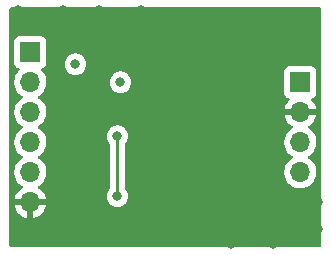
<source format=gbr>
%TF.GenerationSoftware,KiCad,Pcbnew,(6.0.7)*%
%TF.CreationDate,2023-03-18T19:29:26-05:00*%
%TF.ProjectId,CS4334Breakout,43533433-3334-4427-9265-616b6f75742e,rev?*%
%TF.SameCoordinates,Original*%
%TF.FileFunction,Copper,L2,Bot*%
%TF.FilePolarity,Positive*%
%FSLAX46Y46*%
G04 Gerber Fmt 4.6, Leading zero omitted, Abs format (unit mm)*
G04 Created by KiCad (PCBNEW (6.0.7)) date 2023-03-18 19:29:26*
%MOMM*%
%LPD*%
G01*
G04 APERTURE LIST*
%TA.AperFunction,ComponentPad*%
%ADD10R,1.700000X1.700000*%
%TD*%
%TA.AperFunction,ComponentPad*%
%ADD11O,1.700000X1.700000*%
%TD*%
%TA.AperFunction,ViaPad*%
%ADD12C,0.800000*%
%TD*%
%TA.AperFunction,Conductor*%
%ADD13C,0.254000*%
%TD*%
G04 APERTURE END LIST*
D10*
%TO.P,J2,1,Pin_1*%
%TO.N,unconnected-(J2-Pad1)*%
X177800000Y-99060000D03*
D11*
%TO.P,J2,2,Pin_2*%
%TO.N,GND*%
X177800000Y-101600000D03*
%TO.P,J2,3,Pin_3*%
%TO.N,RIGHTOUT*%
X177800000Y-104140000D03*
%TO.P,J2,4,Pin_4*%
%TO.N,LEFTOUT*%
X177800000Y-106680000D03*
%TD*%
D10*
%TO.P,J1,1,Pin_1*%
%TO.N,+5V*%
X154940000Y-96520000D03*
D11*
%TO.P,J1,2,Pin_2*%
%TO.N,SDATA*%
X154940000Y-99060000D03*
%TO.P,J1,3,Pin_3*%
%TO.N,SCLK*%
X154940000Y-101600000D03*
%TO.P,J1,4,Pin_4*%
%TO.N,LRCK*%
X154940000Y-104140000D03*
%TO.P,J1,5,Pin_5*%
%TO.N,MCLK*%
X154940000Y-106680000D03*
%TO.P,J1,6,Pin_6*%
%TO.N,GND*%
X154940000Y-109220000D03*
%TD*%
D12*
%TO.N,*%
X158750000Y-97536000D03*
%TO.N,GND*%
X174752000Y-99060000D03*
X174498000Y-102108000D03*
X171958000Y-101854000D03*
X169164000Y-105410000D03*
X179324000Y-111506000D03*
X176022000Y-109220000D03*
X179324000Y-109220000D03*
X175514000Y-112776000D03*
X171958000Y-112776000D03*
X164592000Y-111506000D03*
X153924000Y-111506000D03*
X161290000Y-111252000D03*
X157480000Y-111252000D03*
%TO.N,*%
X162560000Y-99060000D03*
%TO.N,GND*%
X157480000Y-94996000D03*
X153924000Y-92964000D03*
X157734000Y-92964000D03*
X160782000Y-92964000D03*
X164338000Y-92964000D03*
X168910000Y-93472000D03*
X172212000Y-93472000D03*
X175260000Y-93472000D03*
X175260000Y-95758000D03*
X178562000Y-95758000D03*
X178562000Y-93472000D03*
%TO.N,AOUTL*%
X162306000Y-103632000D03*
X162306000Y-108712000D03*
%TO.N,GND*%
X164338000Y-101346000D03*
%TD*%
D13*
%TO.N,AOUTL*%
X162306000Y-103632000D02*
X162306000Y-108712000D01*
%TD*%
%TA.AperFunction,Conductor*%
%TO.N,GND*%
G36*
X179294018Y-92712000D02*
G01*
X179308851Y-92714310D01*
X179308855Y-92714310D01*
X179317724Y-92715691D01*
X179326629Y-92714527D01*
X179335598Y-92714636D01*
X179335588Y-92715450D01*
X179357098Y-92715743D01*
X179382622Y-92719785D01*
X179420116Y-92731967D01*
X179455224Y-92749855D01*
X179487117Y-92773027D01*
X179514973Y-92800883D01*
X179538144Y-92832774D01*
X179538146Y-92832776D01*
X179556033Y-92867882D01*
X179568214Y-92905373D01*
X179572119Y-92930026D01*
X179573551Y-92949750D01*
X179572309Y-92957724D01*
X179573474Y-92966632D01*
X179576436Y-92989283D01*
X179577500Y-93005621D01*
X179577500Y-112903500D01*
X179557498Y-112971621D01*
X179503842Y-113018114D01*
X179451500Y-113029500D01*
X153288500Y-113029500D01*
X153220379Y-113009498D01*
X153173886Y-112955842D01*
X153162500Y-112903500D01*
X153162500Y-109487966D01*
X153608257Y-109487966D01*
X153638565Y-109622446D01*
X153641645Y-109632275D01*
X153721770Y-109829603D01*
X153726413Y-109838794D01*
X153837694Y-110020388D01*
X153843777Y-110028699D01*
X153983213Y-110189667D01*
X153990580Y-110196883D01*
X154154434Y-110332916D01*
X154162881Y-110338831D01*
X154346756Y-110446279D01*
X154356042Y-110450729D01*
X154555001Y-110526703D01*
X154564899Y-110529579D01*
X154668250Y-110550606D01*
X154682299Y-110549410D01*
X154686000Y-110539065D01*
X154686000Y-110538517D01*
X155194000Y-110538517D01*
X155198064Y-110552359D01*
X155211478Y-110554393D01*
X155218184Y-110553534D01*
X155228262Y-110551392D01*
X155432255Y-110490191D01*
X155441842Y-110486433D01*
X155633095Y-110392739D01*
X155641945Y-110387464D01*
X155815328Y-110263792D01*
X155823200Y-110257139D01*
X155974052Y-110106812D01*
X155980730Y-110098965D01*
X156105003Y-109926020D01*
X156110313Y-109917183D01*
X156204670Y-109726267D01*
X156208469Y-109716672D01*
X156270377Y-109512910D01*
X156272555Y-109502837D01*
X156273986Y-109491962D01*
X156271775Y-109477778D01*
X156258617Y-109474000D01*
X155212115Y-109474000D01*
X155196876Y-109478475D01*
X155195671Y-109479865D01*
X155194000Y-109487548D01*
X155194000Y-110538517D01*
X154686000Y-110538517D01*
X154686000Y-109492115D01*
X154681525Y-109476876D01*
X154680135Y-109475671D01*
X154672452Y-109474000D01*
X153623225Y-109474000D01*
X153609694Y-109477973D01*
X153608257Y-109487966D01*
X153162500Y-109487966D01*
X153162500Y-106646695D01*
X153577251Y-106646695D01*
X153577548Y-106651848D01*
X153577548Y-106651851D01*
X153583011Y-106746590D01*
X153590110Y-106869715D01*
X153591247Y-106874761D01*
X153591248Y-106874767D01*
X153611119Y-106962939D01*
X153639222Y-107087639D01*
X153723266Y-107294616D01*
X153839987Y-107485088D01*
X153986250Y-107653938D01*
X154158126Y-107796632D01*
X154231955Y-107839774D01*
X154280679Y-107891412D01*
X154293750Y-107961195D01*
X154267019Y-108026967D01*
X154226562Y-108060327D01*
X154218457Y-108064546D01*
X154209738Y-108070036D01*
X154039433Y-108197905D01*
X154031726Y-108204748D01*
X153884590Y-108358717D01*
X153878104Y-108366727D01*
X153758098Y-108542649D01*
X153753000Y-108551623D01*
X153663338Y-108744783D01*
X153659775Y-108754470D01*
X153604389Y-108954183D01*
X153605912Y-108962607D01*
X153618292Y-108966000D01*
X156258344Y-108966000D01*
X156271875Y-108962027D01*
X156273180Y-108952947D01*
X156231214Y-108785875D01*
X156227894Y-108776124D01*
X156200012Y-108712000D01*
X161392496Y-108712000D01*
X161412458Y-108901928D01*
X161471473Y-109083556D01*
X161566960Y-109248944D01*
X161694747Y-109390866D01*
X161793843Y-109462864D01*
X161811471Y-109475671D01*
X161849248Y-109503118D01*
X161855276Y-109505802D01*
X161855278Y-109505803D01*
X161871241Y-109512910D01*
X162023712Y-109580794D01*
X162117113Y-109600647D01*
X162204056Y-109619128D01*
X162204061Y-109619128D01*
X162210513Y-109620500D01*
X162401487Y-109620500D01*
X162407939Y-109619128D01*
X162407944Y-109619128D01*
X162494888Y-109600647D01*
X162588288Y-109580794D01*
X162740759Y-109512910D01*
X162756722Y-109505803D01*
X162756724Y-109505802D01*
X162762752Y-109503118D01*
X162800530Y-109475671D01*
X162818157Y-109462864D01*
X162917253Y-109390866D01*
X163045040Y-109248944D01*
X163140527Y-109083556D01*
X163199542Y-108901928D01*
X163219504Y-108712000D01*
X163199542Y-108522072D01*
X163140527Y-108340444D01*
X163045040Y-108175056D01*
X162973864Y-108096007D01*
X162943146Y-108032000D01*
X162941500Y-108011697D01*
X162941500Y-106646695D01*
X176437251Y-106646695D01*
X176437548Y-106651848D01*
X176437548Y-106651851D01*
X176443011Y-106746590D01*
X176450110Y-106869715D01*
X176451247Y-106874761D01*
X176451248Y-106874767D01*
X176471119Y-106962939D01*
X176499222Y-107087639D01*
X176583266Y-107294616D01*
X176699987Y-107485088D01*
X176846250Y-107653938D01*
X177018126Y-107796632D01*
X177211000Y-107909338D01*
X177419692Y-107989030D01*
X177424760Y-107990061D01*
X177424763Y-107990062D01*
X177531054Y-108011687D01*
X177638597Y-108033567D01*
X177643772Y-108033757D01*
X177643774Y-108033757D01*
X177856673Y-108041564D01*
X177856677Y-108041564D01*
X177861837Y-108041753D01*
X177866957Y-108041097D01*
X177866959Y-108041097D01*
X178078288Y-108014025D01*
X178078289Y-108014025D01*
X178083416Y-108013368D01*
X178089019Y-108011687D01*
X178292429Y-107950661D01*
X178292434Y-107950659D01*
X178297384Y-107949174D01*
X178497994Y-107850896D01*
X178679860Y-107721173D01*
X178838096Y-107563489D01*
X178897594Y-107480689D01*
X178965435Y-107386277D01*
X178968453Y-107382077D01*
X179067430Y-107181811D01*
X179132370Y-106968069D01*
X179161529Y-106746590D01*
X179163156Y-106680000D01*
X179144852Y-106457361D01*
X179090431Y-106240702D01*
X179001354Y-106035840D01*
X178880014Y-105848277D01*
X178729670Y-105683051D01*
X178725619Y-105679852D01*
X178725615Y-105679848D01*
X178558414Y-105547800D01*
X178558410Y-105547798D01*
X178554359Y-105544598D01*
X178513053Y-105521796D01*
X178463084Y-105471364D01*
X178448312Y-105401921D01*
X178473428Y-105335516D01*
X178500780Y-105308909D01*
X178544603Y-105277650D01*
X178679860Y-105181173D01*
X178838096Y-105023489D01*
X178897594Y-104940689D01*
X178965435Y-104846277D01*
X178968453Y-104842077D01*
X179067430Y-104641811D01*
X179132370Y-104428069D01*
X179161529Y-104206590D01*
X179163156Y-104140000D01*
X179144852Y-103917361D01*
X179090431Y-103700702D01*
X179001354Y-103495840D01*
X178880014Y-103308277D01*
X178729670Y-103143051D01*
X178725619Y-103139852D01*
X178725615Y-103139848D01*
X178558414Y-103007800D01*
X178558410Y-103007798D01*
X178554359Y-103004598D01*
X178512569Y-102981529D01*
X178462598Y-102931097D01*
X178447826Y-102861654D01*
X178472942Y-102795248D01*
X178500294Y-102768641D01*
X178675328Y-102643792D01*
X178683200Y-102637139D01*
X178834052Y-102486812D01*
X178840730Y-102478965D01*
X178965003Y-102306020D01*
X178970313Y-102297183D01*
X179064670Y-102106267D01*
X179068469Y-102096672D01*
X179130377Y-101892910D01*
X179132555Y-101882837D01*
X179133986Y-101871962D01*
X179131775Y-101857778D01*
X179118617Y-101854000D01*
X176483225Y-101854000D01*
X176469694Y-101857973D01*
X176468257Y-101867966D01*
X176498565Y-102002446D01*
X176501645Y-102012275D01*
X176581770Y-102209603D01*
X176586413Y-102218794D01*
X176697694Y-102400388D01*
X176703777Y-102408699D01*
X176843213Y-102569667D01*
X176850580Y-102576883D01*
X177014434Y-102712916D01*
X177022881Y-102718831D01*
X177091969Y-102759203D01*
X177140693Y-102810842D01*
X177153764Y-102880625D01*
X177127033Y-102946396D01*
X177086584Y-102979752D01*
X177073607Y-102986507D01*
X177069474Y-102989610D01*
X177069471Y-102989612D01*
X176929033Y-103095056D01*
X176894965Y-103120635D01*
X176740629Y-103282138D01*
X176614743Y-103466680D01*
X176599003Y-103500590D01*
X176541052Y-103625435D01*
X176520688Y-103669305D01*
X176460989Y-103884570D01*
X176437251Y-104106695D01*
X176437548Y-104111848D01*
X176437548Y-104111851D01*
X176449089Y-104312000D01*
X176450110Y-104329715D01*
X176451247Y-104334761D01*
X176451248Y-104334767D01*
X176471119Y-104422939D01*
X176499222Y-104547639D01*
X176583266Y-104754616D01*
X176699987Y-104945088D01*
X176846250Y-105113938D01*
X177018126Y-105256632D01*
X177088595Y-105297811D01*
X177091445Y-105299476D01*
X177140169Y-105351114D01*
X177153240Y-105420897D01*
X177126509Y-105486669D01*
X177086055Y-105520027D01*
X177073607Y-105526507D01*
X177069474Y-105529610D01*
X177069471Y-105529612D01*
X177045247Y-105547800D01*
X176894965Y-105660635D01*
X176740629Y-105822138D01*
X176614743Y-106006680D01*
X176520688Y-106209305D01*
X176460989Y-106424570D01*
X176437251Y-106646695D01*
X162941500Y-106646695D01*
X162941500Y-104332303D01*
X162961502Y-104264182D01*
X162973864Y-104247993D01*
X163040621Y-104173852D01*
X163040622Y-104173851D01*
X163045040Y-104168944D01*
X163140527Y-104003556D01*
X163199542Y-103821928D01*
X163215059Y-103674297D01*
X163218814Y-103638565D01*
X163219504Y-103632000D01*
X163218814Y-103625435D01*
X163200232Y-103448635D01*
X163200232Y-103448633D01*
X163199542Y-103442072D01*
X163140527Y-103260444D01*
X163045040Y-103095056D01*
X162966475Y-103007800D01*
X162921675Y-102958045D01*
X162921674Y-102958044D01*
X162917253Y-102953134D01*
X162805303Y-102871797D01*
X162768094Y-102844763D01*
X162768093Y-102844762D01*
X162762752Y-102840882D01*
X162756724Y-102838198D01*
X162756722Y-102838197D01*
X162594319Y-102765891D01*
X162594318Y-102765891D01*
X162588288Y-102763206D01*
X162494887Y-102743353D01*
X162407944Y-102724872D01*
X162407939Y-102724872D01*
X162401487Y-102723500D01*
X162210513Y-102723500D01*
X162204061Y-102724872D01*
X162204056Y-102724872D01*
X162117113Y-102743353D01*
X162023712Y-102763206D01*
X162017682Y-102765891D01*
X162017681Y-102765891D01*
X161855278Y-102838197D01*
X161855276Y-102838198D01*
X161849248Y-102840882D01*
X161843907Y-102844762D01*
X161843906Y-102844763D01*
X161806697Y-102871797D01*
X161694747Y-102953134D01*
X161690326Y-102958044D01*
X161690325Y-102958045D01*
X161645526Y-103007800D01*
X161566960Y-103095056D01*
X161471473Y-103260444D01*
X161412458Y-103442072D01*
X161411768Y-103448633D01*
X161411768Y-103448635D01*
X161393186Y-103625435D01*
X161392496Y-103632000D01*
X161393186Y-103638565D01*
X161396942Y-103674297D01*
X161412458Y-103821928D01*
X161471473Y-104003556D01*
X161566960Y-104168944D01*
X161571378Y-104173851D01*
X161571379Y-104173852D01*
X161638136Y-104247993D01*
X161668854Y-104312000D01*
X161670500Y-104332303D01*
X161670500Y-108011697D01*
X161650498Y-108079818D01*
X161638136Y-108096006D01*
X161566960Y-108175056D01*
X161471473Y-108340444D01*
X161412458Y-108522072D01*
X161392496Y-108712000D01*
X156200012Y-108712000D01*
X156142972Y-108580814D01*
X156138105Y-108571739D01*
X156022426Y-108392926D01*
X156016136Y-108384757D01*
X155872806Y-108227240D01*
X155865273Y-108220215D01*
X155698139Y-108088222D01*
X155689556Y-108082520D01*
X155652602Y-108062120D01*
X155602631Y-108011687D01*
X155587859Y-107942245D01*
X155612975Y-107875839D01*
X155640327Y-107849232D01*
X155663797Y-107832491D01*
X155819860Y-107721173D01*
X155978096Y-107563489D01*
X156037594Y-107480689D01*
X156105435Y-107386277D01*
X156108453Y-107382077D01*
X156207430Y-107181811D01*
X156272370Y-106968069D01*
X156301529Y-106746590D01*
X156303156Y-106680000D01*
X156284852Y-106457361D01*
X156230431Y-106240702D01*
X156141354Y-106035840D01*
X156020014Y-105848277D01*
X155869670Y-105683051D01*
X155865619Y-105679852D01*
X155865615Y-105679848D01*
X155698414Y-105547800D01*
X155698410Y-105547798D01*
X155694359Y-105544598D01*
X155653053Y-105521796D01*
X155603084Y-105471364D01*
X155588312Y-105401921D01*
X155613428Y-105335516D01*
X155640780Y-105308909D01*
X155684603Y-105277650D01*
X155819860Y-105181173D01*
X155978096Y-105023489D01*
X156037594Y-104940689D01*
X156105435Y-104846277D01*
X156108453Y-104842077D01*
X156207430Y-104641811D01*
X156272370Y-104428069D01*
X156301529Y-104206590D01*
X156303156Y-104140000D01*
X156284852Y-103917361D01*
X156230431Y-103700702D01*
X156141354Y-103495840D01*
X156020014Y-103308277D01*
X155869670Y-103143051D01*
X155865619Y-103139852D01*
X155865615Y-103139848D01*
X155698414Y-103007800D01*
X155698410Y-103007798D01*
X155694359Y-103004598D01*
X155653053Y-102981796D01*
X155603084Y-102931364D01*
X155588312Y-102861921D01*
X155613428Y-102795516D01*
X155640780Y-102768909D01*
X155704441Y-102723500D01*
X155819860Y-102641173D01*
X155978096Y-102483489D01*
X156037594Y-102400689D01*
X156105435Y-102306277D01*
X156108453Y-102302077D01*
X156207430Y-102101811D01*
X156272370Y-101888069D01*
X156301529Y-101666590D01*
X156303156Y-101600000D01*
X156284852Y-101377361D01*
X156230431Y-101160702D01*
X156141354Y-100955840D01*
X156020014Y-100768277D01*
X155869670Y-100603051D01*
X155865619Y-100599852D01*
X155865615Y-100599848D01*
X155698414Y-100467800D01*
X155698410Y-100467798D01*
X155694359Y-100464598D01*
X155653053Y-100441796D01*
X155603084Y-100391364D01*
X155588312Y-100321921D01*
X155613428Y-100255516D01*
X155640780Y-100228909D01*
X155684603Y-100197650D01*
X155819860Y-100101173D01*
X155978096Y-99943489D01*
X155987670Y-99930166D01*
X156105435Y-99766277D01*
X156108453Y-99762077D01*
X156118006Y-99742749D01*
X156205136Y-99566453D01*
X156205137Y-99566451D01*
X156207430Y-99561811D01*
X156272370Y-99348069D01*
X156301529Y-99126590D01*
X156303156Y-99060000D01*
X161646496Y-99060000D01*
X161647186Y-99066565D01*
X161653844Y-99129908D01*
X161666458Y-99249928D01*
X161725473Y-99431556D01*
X161728776Y-99437278D01*
X161728777Y-99437279D01*
X161749069Y-99472425D01*
X161820960Y-99596944D01*
X161948747Y-99738866D01*
X162103248Y-99851118D01*
X162109276Y-99853802D01*
X162109278Y-99853803D01*
X162134625Y-99865088D01*
X162277712Y-99928794D01*
X162364009Y-99947137D01*
X162458056Y-99967128D01*
X162458061Y-99967128D01*
X162464513Y-99968500D01*
X162655487Y-99968500D01*
X162661939Y-99967128D01*
X162661944Y-99967128D01*
X162704256Y-99958134D01*
X176441500Y-99958134D01*
X176448255Y-100020316D01*
X176499385Y-100156705D01*
X176586739Y-100273261D01*
X176703295Y-100360615D01*
X176711704Y-100363767D01*
X176711705Y-100363768D01*
X176820960Y-100404726D01*
X176877725Y-100447367D01*
X176902425Y-100513929D01*
X176887218Y-100583278D01*
X176867825Y-100609759D01*
X176744590Y-100738717D01*
X176738104Y-100746727D01*
X176618098Y-100922649D01*
X176613000Y-100931623D01*
X176523338Y-101124783D01*
X176519775Y-101134470D01*
X176464389Y-101334183D01*
X176465912Y-101342607D01*
X176478292Y-101346000D01*
X179118344Y-101346000D01*
X179131875Y-101342027D01*
X179133180Y-101332947D01*
X179091214Y-101165875D01*
X179087894Y-101156124D01*
X179002972Y-100960814D01*
X178998105Y-100951739D01*
X178882426Y-100772926D01*
X178876136Y-100764757D01*
X178732293Y-100606677D01*
X178701241Y-100542831D01*
X178709635Y-100472333D01*
X178754812Y-100417564D01*
X178781256Y-100403895D01*
X178888297Y-100363767D01*
X178896705Y-100360615D01*
X179013261Y-100273261D01*
X179100615Y-100156705D01*
X179151745Y-100020316D01*
X179158500Y-99958134D01*
X179158500Y-98161866D01*
X179151745Y-98099684D01*
X179100615Y-97963295D01*
X179013261Y-97846739D01*
X178896705Y-97759385D01*
X178760316Y-97708255D01*
X178698134Y-97701500D01*
X176901866Y-97701500D01*
X176839684Y-97708255D01*
X176703295Y-97759385D01*
X176586739Y-97846739D01*
X176499385Y-97963295D01*
X176448255Y-98099684D01*
X176441500Y-98161866D01*
X176441500Y-99958134D01*
X162704256Y-99958134D01*
X162755991Y-99947137D01*
X162842288Y-99928794D01*
X162985375Y-99865088D01*
X163010722Y-99853803D01*
X163010724Y-99853802D01*
X163016752Y-99851118D01*
X163171253Y-99738866D01*
X163299040Y-99596944D01*
X163370931Y-99472425D01*
X163391223Y-99437279D01*
X163391224Y-99437278D01*
X163394527Y-99431556D01*
X163453542Y-99249928D01*
X163466157Y-99129908D01*
X163472814Y-99066565D01*
X163473504Y-99060000D01*
X163453542Y-98870072D01*
X163394527Y-98688444D01*
X163299040Y-98523056D01*
X163202503Y-98415840D01*
X163175675Y-98386045D01*
X163175674Y-98386044D01*
X163171253Y-98381134D01*
X163016752Y-98268882D01*
X163010724Y-98266198D01*
X163010722Y-98266197D01*
X162848319Y-98193891D01*
X162848318Y-98193891D01*
X162842288Y-98191206D01*
X162720331Y-98165283D01*
X162661944Y-98152872D01*
X162661939Y-98152872D01*
X162655487Y-98151500D01*
X162464513Y-98151500D01*
X162458061Y-98152872D01*
X162458056Y-98152872D01*
X162399669Y-98165283D01*
X162277712Y-98191206D01*
X162271682Y-98193891D01*
X162271681Y-98193891D01*
X162109278Y-98266197D01*
X162109276Y-98266198D01*
X162103248Y-98268882D01*
X161948747Y-98381134D01*
X161944326Y-98386044D01*
X161944325Y-98386045D01*
X161917498Y-98415840D01*
X161820960Y-98523056D01*
X161725473Y-98688444D01*
X161666458Y-98870072D01*
X161646496Y-99060000D01*
X156303156Y-99060000D01*
X156284852Y-98837361D01*
X156230431Y-98620702D01*
X156141354Y-98415840D01*
X156081446Y-98323237D01*
X156022822Y-98232617D01*
X156022820Y-98232614D01*
X156020014Y-98228277D01*
X156016532Y-98224450D01*
X155872798Y-98066488D01*
X155841746Y-98002642D01*
X155850141Y-97932143D01*
X155895317Y-97877375D01*
X155921761Y-97863706D01*
X156028297Y-97823767D01*
X156036705Y-97820615D01*
X156153261Y-97733261D01*
X156240615Y-97616705D01*
X156270870Y-97536000D01*
X157836496Y-97536000D01*
X157837186Y-97542565D01*
X157854601Y-97708255D01*
X157856458Y-97725928D01*
X157915473Y-97907556D01*
X158010960Y-98072944D01*
X158015378Y-98077851D01*
X158015379Y-98077852D01*
X158094102Y-98165283D01*
X158138747Y-98214866D01*
X158293248Y-98327118D01*
X158299276Y-98329802D01*
X158299278Y-98329803D01*
X158427027Y-98386680D01*
X158467712Y-98404794D01*
X158542026Y-98420590D01*
X158648056Y-98443128D01*
X158648061Y-98443128D01*
X158654513Y-98444500D01*
X158845487Y-98444500D01*
X158851939Y-98443128D01*
X158851944Y-98443128D01*
X158957974Y-98420590D01*
X159032288Y-98404794D01*
X159072973Y-98386680D01*
X159200722Y-98329803D01*
X159200724Y-98329802D01*
X159206752Y-98327118D01*
X159361253Y-98214866D01*
X159405898Y-98165283D01*
X159484621Y-98077852D01*
X159484622Y-98077851D01*
X159489040Y-98072944D01*
X159584527Y-97907556D01*
X159643542Y-97725928D01*
X159645400Y-97708255D01*
X159662814Y-97542565D01*
X159663504Y-97536000D01*
X159658429Y-97487715D01*
X159644232Y-97352635D01*
X159644232Y-97352633D01*
X159643542Y-97346072D01*
X159584527Y-97164444D01*
X159489040Y-96999056D01*
X159361253Y-96857134D01*
X159206752Y-96744882D01*
X159200724Y-96742198D01*
X159200722Y-96742197D01*
X159038319Y-96669891D01*
X159038318Y-96669891D01*
X159032288Y-96667206D01*
X158938888Y-96647353D01*
X158851944Y-96628872D01*
X158851939Y-96628872D01*
X158845487Y-96627500D01*
X158654513Y-96627500D01*
X158648061Y-96628872D01*
X158648056Y-96628872D01*
X158561112Y-96647353D01*
X158467712Y-96667206D01*
X158461682Y-96669891D01*
X158461681Y-96669891D01*
X158299278Y-96742197D01*
X158299276Y-96742198D01*
X158293248Y-96744882D01*
X158138747Y-96857134D01*
X158010960Y-96999056D01*
X157915473Y-97164444D01*
X157856458Y-97346072D01*
X157855768Y-97352633D01*
X157855768Y-97352635D01*
X157841571Y-97487715D01*
X157836496Y-97536000D01*
X156270870Y-97536000D01*
X156291745Y-97480316D01*
X156298500Y-97418134D01*
X156298500Y-95621866D01*
X156291745Y-95559684D01*
X156240615Y-95423295D01*
X156153261Y-95306739D01*
X156036705Y-95219385D01*
X155900316Y-95168255D01*
X155838134Y-95161500D01*
X154041866Y-95161500D01*
X153979684Y-95168255D01*
X153843295Y-95219385D01*
X153726739Y-95306739D01*
X153639385Y-95423295D01*
X153588255Y-95559684D01*
X153581500Y-95621866D01*
X153581500Y-97418134D01*
X153588255Y-97480316D01*
X153639385Y-97616705D01*
X153726739Y-97733261D01*
X153843295Y-97820615D01*
X153851704Y-97823767D01*
X153851705Y-97823768D01*
X153960451Y-97864535D01*
X154017216Y-97907176D01*
X154041916Y-97973738D01*
X154026709Y-98043087D01*
X154007316Y-98069568D01*
X153880629Y-98202138D01*
X153877715Y-98206410D01*
X153877714Y-98206411D01*
X153869298Y-98218749D01*
X153754743Y-98386680D01*
X153660688Y-98589305D01*
X153600989Y-98804570D01*
X153577251Y-99026695D01*
X153577548Y-99031848D01*
X153577548Y-99031851D01*
X153583011Y-99126590D01*
X153590110Y-99249715D01*
X153591247Y-99254761D01*
X153591248Y-99254767D01*
X153611119Y-99342939D01*
X153639222Y-99467639D01*
X153723266Y-99674616D01*
X153725965Y-99679020D01*
X153833072Y-99853803D01*
X153839987Y-99865088D01*
X153986250Y-100033938D01*
X154158126Y-100176632D01*
X154228595Y-100217811D01*
X154231445Y-100219476D01*
X154280169Y-100271114D01*
X154293240Y-100340897D01*
X154266509Y-100406669D01*
X154226055Y-100440027D01*
X154213607Y-100446507D01*
X154209474Y-100449610D01*
X154209471Y-100449612D01*
X154123809Y-100513929D01*
X154034965Y-100580635D01*
X153880629Y-100742138D01*
X153877715Y-100746410D01*
X153877714Y-100746411D01*
X153865404Y-100764457D01*
X153754743Y-100926680D01*
X153660688Y-101129305D01*
X153600989Y-101344570D01*
X153577251Y-101566695D01*
X153577548Y-101571848D01*
X153577548Y-101571851D01*
X153583011Y-101666590D01*
X153590110Y-101789715D01*
X153591247Y-101794761D01*
X153591248Y-101794767D01*
X153604597Y-101854000D01*
X153639222Y-102007639D01*
X153723266Y-102214616D01*
X153839987Y-102405088D01*
X153986250Y-102573938D01*
X154158126Y-102716632D01*
X154228595Y-102757811D01*
X154231445Y-102759476D01*
X154280169Y-102811114D01*
X154293240Y-102880897D01*
X154266509Y-102946669D01*
X154226055Y-102980027D01*
X154213607Y-102986507D01*
X154209474Y-102989610D01*
X154209471Y-102989612D01*
X154069033Y-103095056D01*
X154034965Y-103120635D01*
X153880629Y-103282138D01*
X153754743Y-103466680D01*
X153739003Y-103500590D01*
X153681052Y-103625435D01*
X153660688Y-103669305D01*
X153600989Y-103884570D01*
X153577251Y-104106695D01*
X153577548Y-104111848D01*
X153577548Y-104111851D01*
X153589089Y-104312000D01*
X153590110Y-104329715D01*
X153591247Y-104334761D01*
X153591248Y-104334767D01*
X153611119Y-104422939D01*
X153639222Y-104547639D01*
X153723266Y-104754616D01*
X153839987Y-104945088D01*
X153986250Y-105113938D01*
X154158126Y-105256632D01*
X154228595Y-105297811D01*
X154231445Y-105299476D01*
X154280169Y-105351114D01*
X154293240Y-105420897D01*
X154266509Y-105486669D01*
X154226055Y-105520027D01*
X154213607Y-105526507D01*
X154209474Y-105529610D01*
X154209471Y-105529612D01*
X154185247Y-105547800D01*
X154034965Y-105660635D01*
X153880629Y-105822138D01*
X153754743Y-106006680D01*
X153660688Y-106209305D01*
X153600989Y-106424570D01*
X153577251Y-106646695D01*
X153162500Y-106646695D01*
X153162500Y-93017250D01*
X153164246Y-92996345D01*
X153166770Y-92981344D01*
X153166770Y-92981341D01*
X153167576Y-92976552D01*
X153167729Y-92964000D01*
X153167039Y-92959179D01*
X153166852Y-92956318D01*
X153168137Y-92928411D01*
X153171786Y-92905374D01*
X153183967Y-92867884D01*
X153201855Y-92832776D01*
X153225027Y-92800883D01*
X153252883Y-92773027D01*
X153284775Y-92749855D01*
X153319884Y-92731966D01*
X153357373Y-92719786D01*
X153382026Y-92715881D01*
X153401750Y-92714449D01*
X153409724Y-92715691D01*
X153441286Y-92711564D01*
X153457621Y-92710500D01*
X179274633Y-92710500D01*
X179294018Y-92712000D01*
G37*
%TD.AperFunction*%
%TD*%
M02*

</source>
